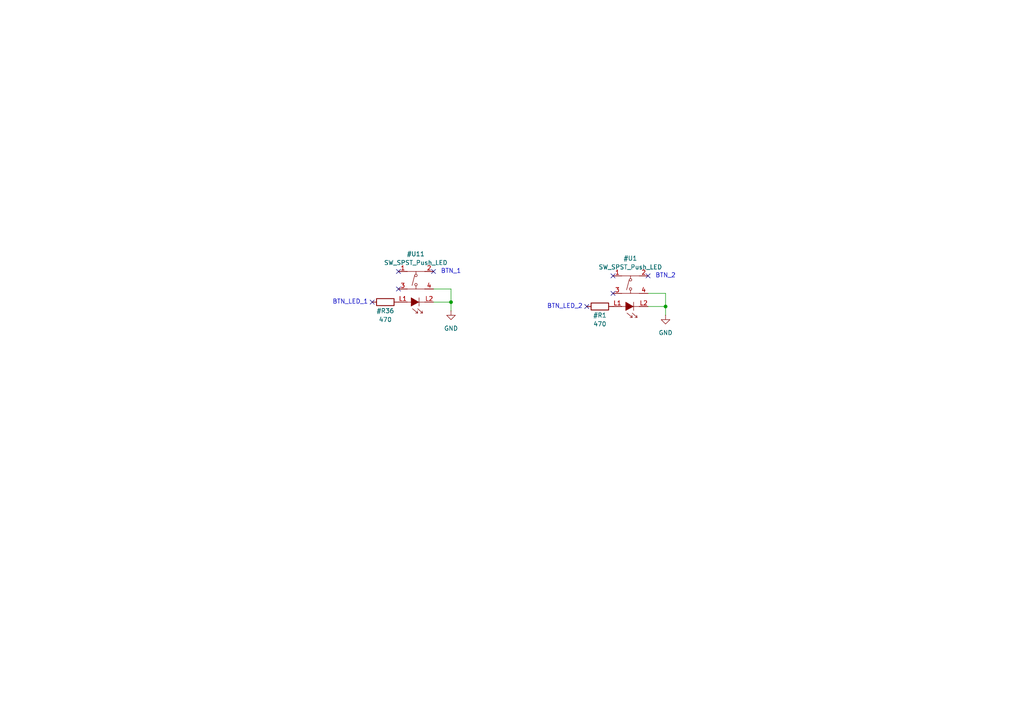
<source format=kicad_sch>
(kicad_sch (version 20250114) (generator "eeschema") (generator_version "9.0")
  (paper "A4")
  (lib_symbols
    (symbol "Device:R" (pin_numbers (hide yes)) (pin_names (offset 0))
      (property "Reference" "R" (at 2.032 0 90))
      (property "Value" "R" (at 0 0 90))
      (symbol "R_0_1"
        (rectangle (start -1.016 -2.54) (end 1.016 2.54) (stroke (width 0.254)))
      )
      (symbol "R_1_1"
        (pin passive line (at 0 3.81 270) (length 1.27) (name "~") (number "1"))
        (pin passive line (at 0 -3.81 90) (length 1.27) (name "~") (number "2"))
      )
    )
    (symbol "Shmoergh-Custom-Components:SW_SPST_Push_LED" (pin_names (offset 1.016))
      (property "Reference" "U" (at 0 6.35 0))
      (property "Value" "SW_SPST_Push_LED" (at 0.381 8.89 0))
      (symbol "SW_SPST_Push_LED_0_1"
        (rectangle (start -2.54 2.54) (end 2.54 2.54))
        (rectangle (start -2.54 -2.54) (end 2.54 -2.54))
        (polyline (pts (xy -1.397 -7.493) (xy -1.397 -5.08) (xy 0.762 -6.35) (xy -1.397 -7.493)) (fill (type outline)))
        (polyline (pts (xy -1.016 -8.255) (xy 0.508 -9.525) (xy -0.127 -9.525)))
        (polyline (pts (xy -0.381 1.397) (xy -1.143 -1.524)))
        (rectangle (start 0 2.54) (end 0 1.778))
        (circle (center 0 1.397) (radius 0.3556))
        (circle (center 0 -1.27) (radius 0.3556))
        (rectangle (start 0 -2.54) (end 0 -1.651))
        (polyline (pts (xy 0.508 -8.255) (xy 1.905 -9.525) (xy 1.27 -9.525)))
        (polyline (pts (xy 0.508 -9.525) (xy 0.381 -8.89)))
        (polyline (pts (xy 0.889 -5.08) (xy 0.889 -7.493)))
        (polyline (pts (xy 1.905 -9.525) (xy 1.778 -8.89)))
        (polyline (pts (xy 2.54 -6.35) (xy 0.889 -6.35) (xy -2.667 -6.35)))
      )
      (symbol "SW_SPST_Push_LED_1_1"
        (pin input line (at -5.08 2.54 0) (length 2.54) (name "~") (number "1"))
        (pin input line (at -5.08 -2.54 0) (length 2.54) (name "~") (number "3"))
        (pin input line (at -5.08 -6.35 0) (length 2.54) (name "~") (number "L1"))
        (pin input line (at 5.08 2.54 180) (length 2.54) (name "~") (number "2"))
        (pin input line (at 5.08 -2.54 180) (length 2.54) (name "~") (number "4"))
        (pin input line (at 5.08 -6.35 180) (length 2.54) (name "~") (number "L2"))
      )
    )
    (symbol "power:GND" (power) (pin_numbers (hide yes)) (pin_names (offset 0) (hide yes))
      (property "Value" "GND" (at 0 -3.81 0))
      (symbol "GND_0_1"
        (polyline (pts (xy 0 0) (xy 0 -1.27) (xy 1.27 -1.27) (xy 0 -2.54) (xy -1.27 -1.27) (xy 0 -1.27)))
      )
      (symbol "GND_1_1"
        (pin power_in line (at 0 0 270) (length 0) (name "~") (number "1"))
      )
    )
  )
  (text "BTN_LED_1" (at 101.6 87.63 0) (effects (font (size 1.27 1.27))))
  (text "BTN_LED_2" (at 163.83 88.9 0) (effects (font (size 1.27 1.27))))
  (text "BTN_2" (at 193.04 80.01 0) (effects (font (size 1.27 1.27))))
  (text "BTN_1" (at 130.81 78.74 0) (effects (font (size 1.27 1.27))))
  (junction (at 130.81 87.63))
  (junction (at 193.04 88.9))
  (no_connect (at 125.73 78.74))
  (no_connect (at 177.8 80.01))
  (no_connect (at 177.8 85.09))
  (no_connect (at 115.57 83.82))
  (no_connect (at 187.96 80.01))
  (no_connect (at 107.95 87.63))
  (no_connect (at 115.57 78.74))
  (no_connect (at 170.18 88.9))
  (wire (pts (xy 125.73 87.63) (xy 130.81 87.63)))
  (wire (pts (xy 193.04 88.9) (xy 193.04 91.44)))
  (wire (pts (xy 187.96 88.9) (xy 193.04 88.9)))
  (wire (pts (xy 187.96 85.09) (xy 193.04 85.09)))
  (wire (pts (xy 130.81 87.63) (xy 130.81 90.17)))
  (wire (pts (xy 193.04 85.09) (xy 193.04 88.9)))
  (wire (pts (xy 130.81 83.82) (xy 130.81 87.63)))
  (wire (pts (xy 125.73 83.82) (xy 130.81 83.82)))
  (symbol (lib_id "Shmoergh-Custom-Components:SW_SPST_Push_LED") (at 182.88 82.55 0) (unit 1)
    (property "Reference" "#U1" (at 182.8165 74.93 0))
    (property "Value" "SW_SPST_Push_LED" (at 182.8165 77.47 0))
    (property "Footprint" "Shmoergh_Custom_Footprints:SPST_Circular_Pushbutton_LED" (effects (hide yes)))
  )
  (symbol (lib_id "power:GND") (at 193.04 91.44 0) (unit 1)
    (property "Reference" "#PWR011" (effects (hide yes)))
    (property "Value" "GND" (at 193.04 96.52 0))
    (property "Description" "Power symbol creates a global label with name \"GND\" , ground" (effects (hide yes)))
  )
  (symbol (lib_id "Shmoergh-Custom-Components:SW_SPST_Push_LED") (at 120.65 81.28 0) (unit 1)
    (property "Reference" "#U11" (at 120.5865 73.66 0))
    (property "Value" "SW_SPST_Push_LED" (at 120.5865 76.2 0))
    (property "Footprint" "Shmoergh_Custom_Footprints:SPST_Circular_Pushbutton_LED" (effects (hide yes)))
  )
  (symbol (lib_id "power:GND") (at 130.81 90.17 0) (unit 1)
    (property "Reference" "#PWR070" (effects (hide yes)))
    (property "Value" "GND" (at 130.81 95.25 0))
    (property "Description" "Power symbol creates a global label with name \"GND\" , ground" (effects (hide yes)))
  )
  (symbol (lib_id "Device:R") (at 173.99 88.9 90) (unit 1)
    (property "Reference" "#R1" (at 173.99 91.44 90))
    (property "Value" "470" (at 173.99 93.98 90))
    (property "Footprint" "Resistor_SMD:R_0603_1608Metric" (effects (hide yes)))
    (property "Vendor" "JLCPCB" (effects (hide yes)))
  )
  (symbol (lib_id "Device:R") (at 111.76 87.63 90) (unit 1)
    (property "Reference" "#R36" (at 111.76 90.17 90))
    (property "Value" "470" (at 111.76 92.71 90))
    (property "Footprint" "Resistor_SMD:R_0603_1608Metric" (effects (hide yes)))
    (property "Vendor" "JLCPCB" (effects (hide yes)))
  )
)
</source>
